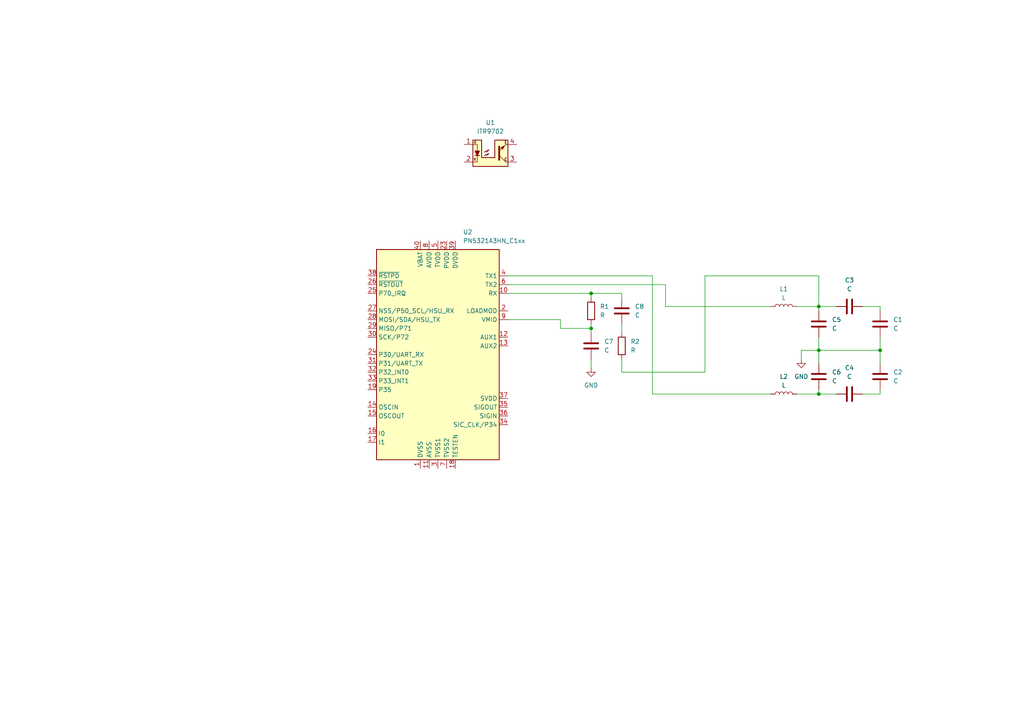
<source format=kicad_sch>
(kicad_sch (version 20230121) (generator eeschema)
  (paper "A4")
  (lib_symbols
    (symbol "Device:C" (pin_numbers hide) (pin_names (offset 0.254))
      (property "Reference" "C" (at 0.635 2.54 0))
      (property "Value" "C" (at 0.635 -2.54 0))
      (symbol "C_0_1"
        (polyline (pts (xy -2.032 -0.762) (xy 2.032 -0.762)) (stroke (width 0.508)))
        (polyline (pts (xy -2.032 0.762) (xy 2.032 0.762)) (stroke (width 0.508)))
      )
      (symbol "C_1_1"
        (pin passive line (at 0 3.81 270) (length 2.794) (name "~") (number "1"))
        (pin passive line (at 0 -3.81 90) (length 2.794) (name "~") (number "2"))
      )
    )
    (symbol "Device:L" (pin_numbers hide) (pin_names (offset 1.016) hide)
      (property "Reference" "L" (at -1.27 0 90))
      (property "Value" "L" (at 1.905 0 90))
      (symbol "L_0_1"
        (arc (start 0 -2.54) (mid 0.6323 -1.905) (end 0 -1.27))
        (arc (start 0 -1.27) (mid 0.6323 -0.635) (end 0 0))
        (arc (start 0 0) (mid 0.6323 0.635) (end 0 1.27))
        (arc (start 0 1.27) (mid 0.6323 1.905) (end 0 2.54))
      )
      (symbol "L_1_1"
        (pin passive line (at 0 3.81 270) (length 1.27) (name "1") (number "1"))
        (pin passive line (at 0 -3.81 90) (length 1.27) (name "2") (number "2"))
      )
    )
    (symbol "Device:R" (pin_numbers hide) (pin_names (offset 0))
      (property "Reference" "R" (at 2.032 0 90))
      (property "Value" "R" (at 0 0 90))
      (symbol "R_0_1"
        (rectangle (start -1.016 -2.54) (end 1.016 2.54) (stroke (width 0.254)))
      )
      (symbol "R_1_1"
        (pin passive line (at 0 3.81 270) (length 1.27) (name "~") (number "1"))
        (pin passive line (at 0 -3.81 90) (length 1.27) (name "~") (number "2"))
      )
    )
    (symbol "RF_NFC:PN5321A3HN_C1xx"
      (property "Reference" "U" (at -15.24 31.75 0))
      (property "Value" "PN5321A3HN_C1xx" (at 15.24 31.75 0))
      (symbol "PN5321A3HN_C1xx_0_1"
        (rectangle (start -17.78 30.48) (end 17.78 -30.48) (stroke (width 0.254)) (fill (type background)))
      )
      (symbol "PN5321A3HN_C1xx_1_1"
        (pin power_in line (at -5.08 -33.02 90) (length 2.54) (name "DVSS") (number "1"))
        (pin input line (at 20.32 17.78 180) (length 2.54) (name "RX") (number "10"))
        (pin power_in line (at -2.54 -33.02 90) (length 2.54) (name "AVSS") (number "11"))
        (pin output line (at 20.32 5.08 180) (length 2.54) (name "AUX1") (number "12"))
        (pin output line (at 20.32 2.54 180) (length 2.54) (name "AUX2") (number "13"))
        (pin input line (at -20.32 -15.24 0) (length 2.54) (name "OSCIN") (number "14"))
        (pin output line (at -20.32 -17.78 0) (length 2.54) (name "OSCOUT") (number "15"))
        (pin passive line (at -20.32 -22.86 0) (length 2.54) (name "I0") (number "16"))
        (pin passive line (at -20.32 -25.4 0) (length 2.54) (name "I1") (number "17"))
        (pin passive line (at 5.08 -33.02 90) (length 2.54) (name "TESTEN") (number "18"))
        (pin bidirectional line (at -20.32 -10.16 0) (length 2.54) (name "P35") (number "19"))
        (pin output line (at 20.32 12.7 180) (length 2.54) (name "LOADMOD") (number "2"))
        (pin no_connect line (at 17.78 -2.54 180) (length 2.54) hide (name "N.C.") (number "20"))
        (pin no_connect line (at 17.78 -5.08 180) (length 2.54) hide (name "N.C.") (number "21"))
        (pin no_connect line (at 17.78 -7.62 180) (length 2.54) hide (name "N.C.") (number "22"))
        (pin power_in line (at 2.54 33.02 270) (length 2.54) (name "PVDD") (number "23"))
        (pin bidirectional line (at -20.32 0 0) (length 2.54) (name "P30/UART_RX") (number "24"))
        (pin bidirectional line (at -20.32 17.78 0) (length 2.54) (name "P70_IRQ") (number "25"))
        (pin output line (at -20.32 20.32 0) (length 2.54) (name "~{RSTOUT}") (number "26"))
        (pin bidirectional line (at -20.32 12.7 0) (length 2.54) (name "NSS/P50_SCL/HSU_RX") (number "27"))
        (pin bidirectional line (at -20.32 10.16 0) (length 2.54) (name "MOSI/SDA/HSU_TX") (number "28"))
        (pin bidirectional line (at -20.32 7.62 0) (length 2.54) (name "MISO/P71") (number "29"))
        (pin power_in line (at 0 -33.02 90) (length 2.54) (name "TVSS1") (number "3"))
        (pin bidirectional line (at -20.32 5.08 0) (length 2.54) (name "SCK/P72") (number "30"))
        (pin bidirectional line (at -20.32 -2.54 0) (length 2.54) (name "P31/UART_TX") (number "31"))
        (pin bidirectional line (at -20.32 -5.08 0) (length 2.54) (name "P32_INT0") (number "32"))
        (pin bidirectional line (at -20.32 -7.62 0) (length 2.54) (name "P33_INT1") (number "33"))
        (pin bidirectional line (at 20.32 -20.32 180) (length 2.54) (name "SIC_CLK/P34") (number "34"))
        (pin output line (at 20.32 -15.24 180) (length 2.54) (name "SIGOUT") (number "35"))
        (pin input line (at 20.32 -17.78 180) (length 2.54) (name "SIGIN") (number "36"))
        (pin output line (at 20.32 -12.7 180) (length 2.54) (name "SVDD") (number "37"))
        (pin input line (at -20.32 22.86 0) (length 2.54) (name "~{RSTPD}") (number "38"))
        (pin power_out line (at 5.08 33.02 270) (length 2.54) (name "DVDD") (number "39"))
        (pin output line (at 20.32 22.86 180) (length 2.54) (name "TX1") (number "4"))
        (pin power_in line (at -5.08 33.02 270) (length 2.54) (name "VBAT") (number "40"))
        (pin passive line (at -2.54 -33.02 90) (length 2.54) hide (name "AVSS") (number "41"))
        (pin power_in line (at 0 33.02 270) (length 2.54) (name "TVDD") (number "5"))
        (pin output line (at 20.32 20.32 180) (length 2.54) (name "TX2") (number "6"))
        (pin power_in line (at 2.54 -33.02 90) (length 2.54) (name "TVSS2") (number "7"))
        (pin power_in line (at -2.54 33.02 270) (length 2.54) (name "AVDD") (number "8"))
        (pin output line (at 20.32 10.16 180) (length 2.54) (name "VMID") (number "9"))
      )
    )
    (symbol "Sensor_Proximity_slot:ITR9702"
      (property "Reference" "U" (at -5.08 5.08 0))
      (property "Value" "ITR9702" (at 0 -5.08 0))
      (symbol "ITR9702_0_0"
        (text "A" (at -4.445 3.175 0) (effects (font (size 0.762 0.762))))
        (text "C" (at 4.445 -1.778 0) (effects (font (size 0.762 0.762))))
        (text "E" (at 4.445 3.175 0) (effects (font (size 0.762 0.762))))
        (text "K" (at -4.445 -1.778 0) (effects (font (size 0.762 0.762))))
      )
      (symbol "ITR9702_0_1"
        (polyline (pts (xy -4.445 -0.635) (xy -3.175 -0.635)) (stroke (width 0.254)))
        (polyline (pts (xy 2.54 -0.635) (xy 4.445 -2.54)))
        (polyline (pts (xy 4.445 -2.54) (xy 5.08 -2.54)))
        (polyline (pts (xy 4.445 2.54) (xy 2.54 0.635)) (fill (type outline)))
        (polyline (pts (xy 4.445 2.54) (xy 5.08 2.54)))
        (polyline (pts (xy -5.08 -2.54) (xy -3.81 -2.54) (xy -3.81 -0.635)))
        (polyline (pts (xy -5.08 2.54) (xy -3.81 2.54) (xy -3.81 0.635)))
        (polyline (pts (xy 2.54 -1.905) (xy 2.54 1.905) (xy 2.54 1.905)) (stroke (width 0.508)))
        (polyline (pts (xy -3.81 -0.635) (xy -4.445 0.635) (xy -3.175 0.635) (xy -3.81 -0.635)) (stroke (width 0.254)) (fill (type outline)))
        (polyline (pts (xy -1.778 0.254) (xy -1.2446 0.762) (xy -1.2446 0.254) (xy -0.4826 1.016)))
        (polyline (pts (xy -0.4826 1.016) (xy -0.9906 0.762) (xy -0.7366 0.508) (xy -0.4826 1.016)))
        (polyline (pts (xy 3.048 1.651) (xy 3.556 1.143) (xy 4.064 2.159) (xy 3.048 1.651) (xy 3.048 1.651)) (fill (type outline)))
        (polyline (pts (xy -1.778 -0.762) (xy -1.2446 -0.254) (xy -1.2446 -0.762) (xy -0.4826 0) (xy -0.9906 -0.254) (xy -0.7366 -0.508) (xy -0.4826 0)))
        (polyline (pts (xy -5.08 3.81) (xy -5.08 -3.81) (xy 5.08 -3.81) (xy 5.08 3.81) (xy 1.27 3.81) (xy 1.27 -1.27) (xy -2.54 -1.27) (xy -2.54 3.81) (xy -5.08 3.81)) (stroke (width 0.254)) (fill (type background)))
      )
      (symbol "ITR9702_1_1"
        (pin passive line (at -7.62 2.54 0) (length 2.54) (name "~") (number "1"))
        (pin passive line (at -7.62 -2.54 0) (length 2.54) (name "~") (number "2"))
        (pin open_collector line (at 7.62 -2.54 180) (length 2.54) (name "~") (number "3"))
        (pin open_emitter line (at 7.62 2.54 180) (length 2.54) (name "~") (number "4"))
      )
    )
    (symbol "power:GND" (power) (pin_names (offset 0))
      (property "Value" "GND" (at 0 -3.81 0))
      (symbol "GND_0_1"
        (polyline (pts (xy 0 0) (xy 0 -1.27) (xy 1.27 -1.27) (xy 0 -2.54) (xy -1.27 -1.27) (xy 0 -1.27)))
      )
      (symbol "GND_1_1"
        (pin power_in line (at 0 0 270) (length 0) hide (name "GND") (number "1"))
      )
    )
  )
  (junction (at 237.49 114.3))
  (junction (at 171.45 85.09))
  (junction (at 255.27 101.6))
  (junction (at 237.49 101.6))
  (junction (at 171.45 95.25))
  (junction (at 237.49 88.9))
  (wire (pts (xy 180.34 107.95) (xy 204.47 107.95)))
  (wire (pts (xy 171.45 95.25) (xy 171.45 93.98)))
  (wire (pts (xy 171.45 104.14) (xy 171.45 106.68)))
  (wire (pts (xy 231.14 88.9) (xy 237.49 88.9)))
  (wire (pts (xy 147.32 80.01) (xy 189.23 80.01)))
  (wire (pts (xy 255.27 114.3) (xy 255.27 113.03)))
  (wire (pts (xy 255.27 101.6) (xy 255.27 105.41)))
  (wire (pts (xy 180.34 85.09) (xy 180.34 86.36)))
  (wire (pts (xy 250.19 88.9) (xy 255.27 88.9)))
  (wire (pts (xy 255.27 88.9) (xy 255.27 90.17)))
  (wire (pts (xy 237.49 101.6) (xy 232.41 101.6)))
  (wire (pts (xy 232.41 101.6) (xy 232.41 104.14)))
  (wire (pts (xy 171.45 85.09) (xy 180.34 85.09)))
  (wire (pts (xy 180.34 104.14) (xy 180.34 107.95)))
  (wire (pts (xy 250.19 114.3) (xy 255.27 114.3)))
  (wire (pts (xy 237.49 88.9) (xy 242.57 88.9)))
  (wire (pts (xy 204.47 80.01) (xy 237.49 80.01)))
  (wire (pts (xy 171.45 85.09) (xy 171.45 86.36)))
  (wire (pts (xy 147.32 85.09) (xy 171.45 85.09)))
  (wire (pts (xy 237.49 101.6) (xy 237.49 105.41)))
  (wire (pts (xy 162.56 92.71) (xy 162.56 95.25)))
  (wire (pts (xy 189.23 80.01) (xy 189.23 114.3)))
  (wire (pts (xy 237.49 90.17) (xy 237.49 88.9)))
  (wire (pts (xy 147.32 92.71) (xy 162.56 92.71)))
  (wire (pts (xy 193.04 82.55) (xy 193.04 88.9)))
  (wire (pts (xy 237.49 97.79) (xy 237.49 101.6)))
  (wire (pts (xy 255.27 97.79) (xy 255.27 101.6)))
  (wire (pts (xy 180.34 93.98) (xy 180.34 96.52)))
  (wire (pts (xy 162.56 95.25) (xy 171.45 95.25)))
  (wire (pts (xy 237.49 114.3) (xy 242.57 114.3)))
  (wire (pts (xy 237.49 113.03) (xy 237.49 114.3)))
  (wire (pts (xy 189.23 114.3) (xy 223.52 114.3)))
  (wire (pts (xy 171.45 95.25) (xy 171.45 96.52)))
  (wire (pts (xy 204.47 107.95) (xy 204.47 80.01)))
  (wire (pts (xy 237.49 101.6) (xy 255.27 101.6)))
  (wire (pts (xy 237.49 80.01) (xy 237.49 88.9)))
  (wire (pts (xy 147.32 82.55) (xy 193.04 82.55)))
  (wire (pts (xy 231.14 114.3) (xy 237.49 114.3)))
  (wire (pts (xy 193.04 88.9) (xy 223.52 88.9)))
  (symbol (lib_id "Device:C") (at 255.27 109.22 0) (unit 1)
    (property "Reference" "C2" (at 259.08 107.95 0) (effects (justify left)))
    (property "Value" "C" (at 259.08 110.49 0) (effects (justify left)))
    (property "Footprint" "Capacitor_SMD:C_0805_2012Metric_Pad1.18x1.45mm_HandSolder" (effects hide))
  )
  (symbol (lib_id "Device:C") (at 237.49 93.98 0) (unit 1)
    (property "Reference" "C5" (at 241.3 92.71 0) (effects (justify left)))
    (property "Value" "C" (at 241.3 95.25 0) (effects (justify left)))
    (property "Footprint" "Capacitor_SMD:C_0805_2012Metric_Pad1.18x1.45mm_HandSolder" (effects hide))
  )
  (symbol (lib_id "Device:R") (at 180.34 100.33 0) (unit 1)
    (property "Reference" "R2" (at 182.88 99.06 0) (effects (justify left)))
    (property "Value" "R" (at 182.88 101.6 0) (effects (justify left)))
    (property "Footprint" "Resistor_SMD:R_0805_2012Metric_Pad1.20x1.40mm_HandSolder" (effects hide))
  )
  (symbol (lib_id "power:GND") (at 232.41 104.14 0) (unit 1)
    (property "Reference" "#PWR01" (effects hide))
    (property "Value" "GND" (at 232.41 109.22 0))
  )
  (symbol (lib_id "Device:C") (at 255.27 93.98 0) (unit 1)
    (property "Reference" "C1" (at 259.08 92.71 0) (effects (justify left)))
    (property "Value" "C" (at 259.08 95.25 0) (effects (justify left)))
    (property "Footprint" "Capacitor_SMD:C_0805_2012Metric_Pad1.18x1.45mm_HandSolder" (effects hide))
  )
  (symbol (lib_id "power:GND") (at 171.45 106.68 0) (unit 1)
    (property "Reference" "#PWR02" (effects hide))
    (property "Value" "GND" (at 171.45 111.76 0))
  )
  (symbol (lib_id "Device:C") (at 171.45 100.33 180) (unit 1)
    (property "Reference" "C7" (at 175.26 99.06 0) (effects (justify right)))
    (property "Value" "C" (at 175.26 101.6 0) (effects (justify right)))
    (property "Footprint" "Capacitor_SMD:C_0805_2012Metric_Pad1.18x1.45mm_HandSolder" (effects hide))
  )
  (symbol (lib_id "RF_NFC:PN5321A3HN_C1xx") (at 127 102.87 0) (unit 1)
    (property "Reference" "U2" (at 134.2741 67.31 0) (effects (justify left)))
    (property "Value" "PN5321A3HN_C1xx" (at 134.2741 69.85 0) (effects (justify left)))
    (property "Footprint" "Package_DFN_QFN:HVQFN-40-1EP_6x6mm_P0.5mm_EP4.1x4.1mm" (effects hide))
    (property "Datasheet" "https://www.nxp.com/docs/en/nxp/data-sheets/PN532_C1.pdf" (effects hide))
  )
  (symbol (lib_id "Device:C") (at 237.49 109.22 0) (unit 1)
    (property "Reference" "C6" (at 241.3 107.95 0) (effects (justify left)))
    (property "Value" "C" (at 241.3 110.49 0) (effects (justify left)))
    (property "Footprint" "Capacitor_SMD:C_0805_2012Metric_Pad1.18x1.45mm_HandSolder" (effects hide))
  )
  (symbol (lib_id "Sensor_Proximity_slot:ITR9702") (at 142.24 44.45 0) (unit 1)
    (property "Reference" "U1" (at 142.24 35.56 0))
    (property "Value" "ITR9702" (at 142.24 38.1 0))
    (property "Footprint" "OptoDevice_slot:Everlight_ITR9702" (effects hide))
    (property "Datasheet" "https://www.everlighteurope.com/custom/files/datasheets/DRX-0000314.pdf" (effects hide))
  )
  (symbol (lib_id "Device:C") (at 246.38 88.9 90) (unit 1)
    (property "Reference" "C3" (at 246.38 81.28 90))
    (property "Value" "C" (at 246.38 83.82 90))
    (property "Footprint" "Capacitor_SMD:C_0805_2012Metric_Pad1.18x1.45mm_HandSolder" (effects hide))
  )
  (symbol (lib_id "Device:C") (at 246.38 114.3 90) (unit 1)
    (property "Reference" "C4" (at 246.38 106.68 90))
    (property "Value" "C" (at 246.38 109.22 90))
    (property "Footprint" "Capacitor_SMD:C_0805_2012Metric_Pad1.18x1.45mm_HandSolder" (effects hide))
  )
  (symbol (lib_id "Device:L") (at 227.33 114.3 90) (unit 1)
    (property "Reference" "L2" (at 227.33 109.22 90))
    (property "Value" "L" (at 227.33 111.76 90))
    (property "Footprint" "Inductor_SMD:L_1206_3216Metric_Pad1.22x1.90mm_HandSolder" (effects hide))
  )
  (symbol (lib_id "Device:C") (at 180.34 90.17 180) (unit 1)
    (property "Reference" "C8" (at 184.15 88.9 0) (effects (justify right)))
    (property "Value" "C" (at 184.15 91.44 0) (effects (justify right)))
    (property "Footprint" "Capacitor_SMD:C_0805_2012Metric_Pad1.18x1.45mm_HandSolder" (effects hide))
  )
  (symbol (lib_id "Device:R") (at 171.45 90.17 0) (unit 1)
    (property "Reference" "R1" (at 173.99 88.9 0) (effects (justify left)))
    (property "Value" "R" (at 173.99 91.44 0) (effects (justify left)))
    (property "Footprint" "Resistor_SMD:R_0805_2012Metric_Pad1.20x1.40mm_HandSolder" (effects hide))
  )
  (symbol (lib_id "Device:L") (at 227.33 88.9 90) (unit 1)
    (property "Reference" "L1" (at 227.33 83.82 90))
    (property "Value" "L" (at 227.33 86.36 90))
    (property "Footprint" "Inductor_SMD:L_1206_3216Metric_Pad1.22x1.90mm_HandSolder" (effects hide))
  )
)
</source>
